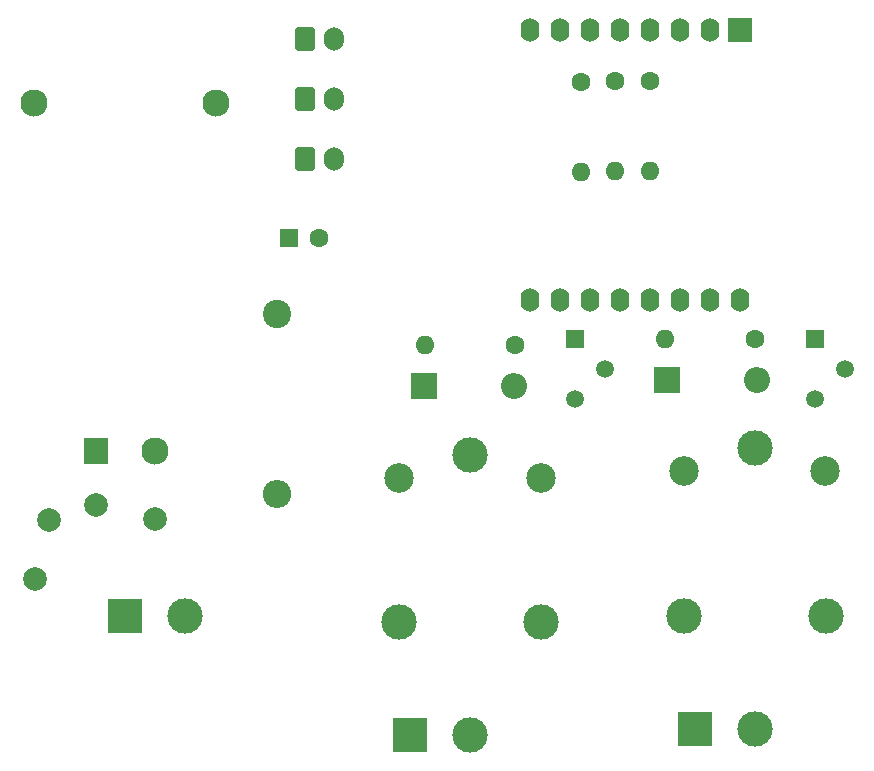
<source format=gbs>
G04 #@! TF.GenerationSoftware,KiCad,Pcbnew,7.0.10*
G04 #@! TF.CreationDate,2024-03-10T12:39:23+01:00*
G04 #@! TF.ProjectId,double_relay,646f7562-6c65-45f7-9265-6c61792e6b69,rev?*
G04 #@! TF.SameCoordinates,Original*
G04 #@! TF.FileFunction,Soldermask,Bot*
G04 #@! TF.FilePolarity,Negative*
%FSLAX46Y46*%
G04 Gerber Fmt 4.6, Leading zero omitted, Abs format (unit mm)*
G04 Created by KiCad (PCBNEW 7.0.10) date 2024-03-10 12:39:23*
%MOMM*%
%LPD*%
G01*
G04 APERTURE LIST*
G04 Aperture macros list*
%AMRoundRect*
0 Rectangle with rounded corners*
0 $1 Rounding radius*
0 $2 $3 $4 $5 $6 $7 $8 $9 X,Y pos of 4 corners*
0 Add a 4 corners polygon primitive as box body*
4,1,4,$2,$3,$4,$5,$6,$7,$8,$9,$2,$3,0*
0 Add four circle primitives for the rounded corners*
1,1,$1+$1,$2,$3*
1,1,$1+$1,$4,$5*
1,1,$1+$1,$6,$7*
1,1,$1+$1,$8,$9*
0 Add four rect primitives between the rounded corners*
20,1,$1+$1,$2,$3,$4,$5,0*
20,1,$1+$1,$4,$5,$6,$7,0*
20,1,$1+$1,$6,$7,$8,$9,0*
20,1,$1+$1,$8,$9,$2,$3,0*%
G04 Aperture macros list end*
%ADD10R,3.000000X3.000000*%
%ADD11C,3.000000*%
%ADD12R,2.200000X2.200000*%
%ADD13O,2.200000X2.200000*%
%ADD14R,1.500000X1.500000*%
%ADD15C,1.500000*%
%ADD16R,1.600000X1.600000*%
%ADD17C,1.600000*%
%ADD18C,2.000000*%
%ADD19RoundRect,0.250000X-0.600000X-0.750000X0.600000X-0.750000X0.600000X0.750000X-0.600000X0.750000X0*%
%ADD20O,1.700000X2.000000*%
%ADD21O,1.600000X1.600000*%
%ADD22C,2.500000*%
%ADD23C,2.400000*%
%ADD24O,2.400000X2.400000*%
%ADD25R,2.000000X2.300000*%
%ADD26C,2.300000*%
%ADD27R,2.000000X2.000000*%
%ADD28O,1.600000X2.000000*%
G04 APERTURE END LIST*
D10*
X66046649Y-76808031D03*
D11*
X71126649Y-76808031D03*
D12*
X111891164Y-56836220D03*
D13*
X119511164Y-56836220D03*
D10*
X114300000Y-86360000D03*
D11*
X119380000Y-86360000D03*
D14*
X124460000Y-53340000D03*
D15*
X127000000Y-55880000D03*
X124460000Y-58420000D03*
D16*
X79930232Y-44820125D03*
D17*
X82430232Y-44820125D03*
D18*
X58420000Y-73660000D03*
X59620000Y-68660000D03*
D19*
X81280000Y-33020000D03*
D20*
X83780000Y-33020000D03*
D17*
X99085131Y-53855310D03*
D21*
X91465131Y-53855310D03*
D18*
X63580000Y-67380000D03*
X68580000Y-68580000D03*
D19*
X81280000Y-38100000D03*
D20*
X83780000Y-38100000D03*
D11*
X95275131Y-63135310D03*
D22*
X89225131Y-65085310D03*
D11*
X89225131Y-77285310D03*
X101275131Y-77335310D03*
D22*
X101225131Y-65085310D03*
D11*
X119380000Y-62620000D03*
D22*
X113330000Y-64570000D03*
D11*
X113330000Y-76770000D03*
X125380000Y-76820000D03*
D22*
X125330000Y-64570000D03*
D12*
X91391342Y-57351530D03*
D13*
X99011342Y-57351530D03*
D17*
X119380000Y-53340000D03*
D21*
X111760000Y-53340000D03*
D17*
X107558163Y-31552827D03*
D21*
X107558163Y-39172827D03*
D17*
X110483645Y-31552827D03*
D21*
X110483645Y-39172827D03*
D23*
X78951901Y-51255515D03*
D24*
X78951901Y-66495515D03*
D14*
X104140000Y-53340000D03*
D15*
X106680000Y-55880000D03*
X104140000Y-58420000D03*
D17*
X104632681Y-31577410D03*
D21*
X104632681Y-39197410D03*
D19*
X81280000Y-27940000D03*
D20*
X83780000Y-27940000D03*
D25*
X63572845Y-62797865D03*
D26*
X68572845Y-62797865D03*
X58372845Y-33397865D03*
X73772845Y-33397865D03*
D27*
X118110000Y-27155000D03*
D28*
X115570000Y-27155000D03*
X113030000Y-27155000D03*
X110490000Y-27155000D03*
X107950000Y-27155000D03*
X105410000Y-27155000D03*
X102870000Y-27155000D03*
X100330000Y-27155000D03*
X100330000Y-50015000D03*
X102870000Y-50015000D03*
X105410000Y-50015000D03*
X107950000Y-50015000D03*
X110490000Y-50015000D03*
X113030000Y-50015000D03*
X115570000Y-50015000D03*
X118110000Y-50015000D03*
D10*
X90195131Y-86875310D03*
D11*
X95275131Y-86875310D03*
M02*

</source>
